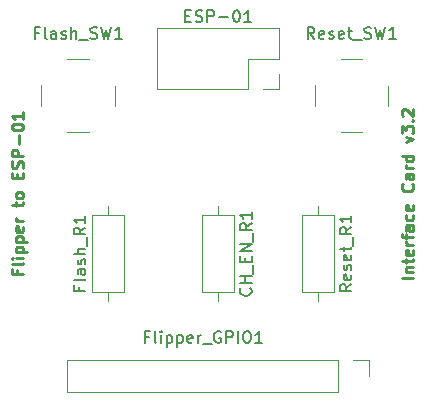
<source format=gbr>
%TF.GenerationSoftware,KiCad,Pcbnew,6.0.4-6f826c9f35~116~ubuntu21.10.1*%
%TF.CreationDate,2022-06-30T17:00:36-06:00*%
%TF.ProjectId,Flipper_DeAuther_2,466c6970-7065-4725-9f44-654175746865,rev?*%
%TF.SameCoordinates,Original*%
%TF.FileFunction,Legend,Top*%
%TF.FilePolarity,Positive*%
%FSLAX46Y46*%
G04 Gerber Fmt 4.6, Leading zero omitted, Abs format (unit mm)*
G04 Created by KiCad (PCBNEW 6.0.4-6f826c9f35~116~ubuntu21.10.1) date 2022-06-30 17:00:36*
%MOMM*%
%LPD*%
G01*
G04 APERTURE LIST*
%ADD10C,0.250000*%
%ADD11C,0.150000*%
%ADD12C,0.100000*%
%ADD13C,0.120000*%
G04 APERTURE END LIST*
D10*
X126928571Y-100480000D02*
X126928571Y-100813333D01*
X127452380Y-100813333D02*
X126452380Y-100813333D01*
X126452380Y-100337142D01*
X127452380Y-99813333D02*
X127404761Y-99908571D01*
X127309523Y-99956190D01*
X126452380Y-99956190D01*
X127452380Y-99432380D02*
X126785714Y-99432380D01*
X126452380Y-99432380D02*
X126500000Y-99480000D01*
X126547619Y-99432380D01*
X126500000Y-99384761D01*
X126452380Y-99432380D01*
X126547619Y-99432380D01*
X126785714Y-98956190D02*
X127785714Y-98956190D01*
X126833333Y-98956190D02*
X126785714Y-98860952D01*
X126785714Y-98670476D01*
X126833333Y-98575238D01*
X126880952Y-98527619D01*
X126976190Y-98480000D01*
X127261904Y-98480000D01*
X127357142Y-98527619D01*
X127404761Y-98575238D01*
X127452380Y-98670476D01*
X127452380Y-98860952D01*
X127404761Y-98956190D01*
X126785714Y-98051428D02*
X127785714Y-98051428D01*
X126833333Y-98051428D02*
X126785714Y-97956190D01*
X126785714Y-97765714D01*
X126833333Y-97670476D01*
X126880952Y-97622857D01*
X126976190Y-97575238D01*
X127261904Y-97575238D01*
X127357142Y-97622857D01*
X127404761Y-97670476D01*
X127452380Y-97765714D01*
X127452380Y-97956190D01*
X127404761Y-98051428D01*
X127404761Y-96765714D02*
X127452380Y-96860952D01*
X127452380Y-97051428D01*
X127404761Y-97146666D01*
X127309523Y-97194285D01*
X126928571Y-97194285D01*
X126833333Y-97146666D01*
X126785714Y-97051428D01*
X126785714Y-96860952D01*
X126833333Y-96765714D01*
X126928571Y-96718095D01*
X127023809Y-96718095D01*
X127119047Y-97194285D01*
X127452380Y-96289523D02*
X126785714Y-96289523D01*
X126976190Y-96289523D02*
X126880952Y-96241904D01*
X126833333Y-96194285D01*
X126785714Y-96099047D01*
X126785714Y-96003809D01*
X126785714Y-95051428D02*
X126785714Y-94670476D01*
X126452380Y-94908571D02*
X127309523Y-94908571D01*
X127404761Y-94860952D01*
X127452380Y-94765714D01*
X127452380Y-94670476D01*
X127452380Y-94194285D02*
X127404761Y-94289523D01*
X127357142Y-94337142D01*
X127261904Y-94384761D01*
X126976190Y-94384761D01*
X126880952Y-94337142D01*
X126833333Y-94289523D01*
X126785714Y-94194285D01*
X126785714Y-94051428D01*
X126833333Y-93956190D01*
X126880952Y-93908571D01*
X126976190Y-93860952D01*
X127261904Y-93860952D01*
X127357142Y-93908571D01*
X127404761Y-93956190D01*
X127452380Y-94051428D01*
X127452380Y-94194285D01*
X126928571Y-92670476D02*
X126928571Y-92337142D01*
X127452380Y-92194285D02*
X127452380Y-92670476D01*
X126452380Y-92670476D01*
X126452380Y-92194285D01*
X127404761Y-91813333D02*
X127452380Y-91670476D01*
X127452380Y-91432380D01*
X127404761Y-91337142D01*
X127357142Y-91289523D01*
X127261904Y-91241904D01*
X127166666Y-91241904D01*
X127071428Y-91289523D01*
X127023809Y-91337142D01*
X126976190Y-91432380D01*
X126928571Y-91622857D01*
X126880952Y-91718095D01*
X126833333Y-91765714D01*
X126738095Y-91813333D01*
X126642857Y-91813333D01*
X126547619Y-91765714D01*
X126500000Y-91718095D01*
X126452380Y-91622857D01*
X126452380Y-91384761D01*
X126500000Y-91241904D01*
X127452380Y-90813333D02*
X126452380Y-90813333D01*
X126452380Y-90432380D01*
X126500000Y-90337142D01*
X126547619Y-90289523D01*
X126642857Y-90241904D01*
X126785714Y-90241904D01*
X126880952Y-90289523D01*
X126928571Y-90337142D01*
X126976190Y-90432380D01*
X126976190Y-90813333D01*
X127071428Y-89813333D02*
X127071428Y-89051428D01*
X126452380Y-88384761D02*
X126452380Y-88289523D01*
X126500000Y-88194285D01*
X126547619Y-88146666D01*
X126642857Y-88099047D01*
X126833333Y-88051428D01*
X127071428Y-88051428D01*
X127261904Y-88099047D01*
X127357142Y-88146666D01*
X127404761Y-88194285D01*
X127452380Y-88289523D01*
X127452380Y-88384761D01*
X127404761Y-88480000D01*
X127357142Y-88527619D01*
X127261904Y-88575238D01*
X127071428Y-88622857D01*
X126833333Y-88622857D01*
X126642857Y-88575238D01*
X126547619Y-88527619D01*
X126500000Y-88480000D01*
X126452380Y-88384761D01*
X127452380Y-87099047D02*
X127452380Y-87670476D01*
X127452380Y-87384761D02*
X126452380Y-87384761D01*
X126595238Y-87480000D01*
X126690476Y-87575238D01*
X126738095Y-87670476D01*
X160472380Y-101099047D02*
X159472380Y-101099047D01*
X159805714Y-100622857D02*
X160472380Y-100622857D01*
X159900952Y-100622857D02*
X159853333Y-100575238D01*
X159805714Y-100480000D01*
X159805714Y-100337142D01*
X159853333Y-100241904D01*
X159948571Y-100194285D01*
X160472380Y-100194285D01*
X159805714Y-99860952D02*
X159805714Y-99480000D01*
X159472380Y-99718095D02*
X160329523Y-99718095D01*
X160424761Y-99670476D01*
X160472380Y-99575238D01*
X160472380Y-99480000D01*
X160424761Y-98765714D02*
X160472380Y-98860952D01*
X160472380Y-99051428D01*
X160424761Y-99146666D01*
X160329523Y-99194285D01*
X159948571Y-99194285D01*
X159853333Y-99146666D01*
X159805714Y-99051428D01*
X159805714Y-98860952D01*
X159853333Y-98765714D01*
X159948571Y-98718095D01*
X160043809Y-98718095D01*
X160139047Y-99194285D01*
X160472380Y-98289523D02*
X159805714Y-98289523D01*
X159996190Y-98289523D02*
X159900952Y-98241904D01*
X159853333Y-98194285D01*
X159805714Y-98099047D01*
X159805714Y-98003809D01*
X159805714Y-97813333D02*
X159805714Y-97432380D01*
X160472380Y-97670476D02*
X159615238Y-97670476D01*
X159520000Y-97622857D01*
X159472380Y-97527619D01*
X159472380Y-97432380D01*
X160472380Y-96670476D02*
X159948571Y-96670476D01*
X159853333Y-96718095D01*
X159805714Y-96813333D01*
X159805714Y-97003809D01*
X159853333Y-97099047D01*
X160424761Y-96670476D02*
X160472380Y-96765714D01*
X160472380Y-97003809D01*
X160424761Y-97099047D01*
X160329523Y-97146666D01*
X160234285Y-97146666D01*
X160139047Y-97099047D01*
X160091428Y-97003809D01*
X160091428Y-96765714D01*
X160043809Y-96670476D01*
X160424761Y-95765714D02*
X160472380Y-95860952D01*
X160472380Y-96051428D01*
X160424761Y-96146666D01*
X160377142Y-96194285D01*
X160281904Y-96241904D01*
X159996190Y-96241904D01*
X159900952Y-96194285D01*
X159853333Y-96146666D01*
X159805714Y-96051428D01*
X159805714Y-95860952D01*
X159853333Y-95765714D01*
X160424761Y-94956190D02*
X160472380Y-95051428D01*
X160472380Y-95241904D01*
X160424761Y-95337142D01*
X160329523Y-95384761D01*
X159948571Y-95384761D01*
X159853333Y-95337142D01*
X159805714Y-95241904D01*
X159805714Y-95051428D01*
X159853333Y-94956190D01*
X159948571Y-94908571D01*
X160043809Y-94908571D01*
X160139047Y-95384761D01*
X160377142Y-93146666D02*
X160424761Y-93194285D01*
X160472380Y-93337142D01*
X160472380Y-93432380D01*
X160424761Y-93575238D01*
X160329523Y-93670476D01*
X160234285Y-93718095D01*
X160043809Y-93765714D01*
X159900952Y-93765714D01*
X159710476Y-93718095D01*
X159615238Y-93670476D01*
X159520000Y-93575238D01*
X159472380Y-93432380D01*
X159472380Y-93337142D01*
X159520000Y-93194285D01*
X159567619Y-93146666D01*
X160472380Y-92289523D02*
X159948571Y-92289523D01*
X159853333Y-92337142D01*
X159805714Y-92432380D01*
X159805714Y-92622857D01*
X159853333Y-92718095D01*
X160424761Y-92289523D02*
X160472380Y-92384761D01*
X160472380Y-92622857D01*
X160424761Y-92718095D01*
X160329523Y-92765714D01*
X160234285Y-92765714D01*
X160139047Y-92718095D01*
X160091428Y-92622857D01*
X160091428Y-92384761D01*
X160043809Y-92289523D01*
X160472380Y-91813333D02*
X159805714Y-91813333D01*
X159996190Y-91813333D02*
X159900952Y-91765714D01*
X159853333Y-91718095D01*
X159805714Y-91622857D01*
X159805714Y-91527619D01*
X160472380Y-90765714D02*
X159472380Y-90765714D01*
X160424761Y-90765714D02*
X160472380Y-90860952D01*
X160472380Y-91051428D01*
X160424761Y-91146666D01*
X160377142Y-91194285D01*
X160281904Y-91241904D01*
X159996190Y-91241904D01*
X159900952Y-91194285D01*
X159853333Y-91146666D01*
X159805714Y-91051428D01*
X159805714Y-90860952D01*
X159853333Y-90765714D01*
X159805714Y-89622857D02*
X160472380Y-89384761D01*
X159805714Y-89146666D01*
X159472380Y-88860952D02*
X159472380Y-88241904D01*
X159853333Y-88575238D01*
X159853333Y-88432380D01*
X159900952Y-88337142D01*
X159948571Y-88289523D01*
X160043809Y-88241904D01*
X160281904Y-88241904D01*
X160377142Y-88289523D01*
X160424761Y-88337142D01*
X160472380Y-88432380D01*
X160472380Y-88718095D01*
X160424761Y-88813333D01*
X160377142Y-88860952D01*
X160377142Y-87813333D02*
X160424761Y-87765714D01*
X160472380Y-87813333D01*
X160424761Y-87860952D01*
X160377142Y-87813333D01*
X160472380Y-87813333D01*
X159567619Y-87384761D02*
X159520000Y-87337142D01*
X159472380Y-87241904D01*
X159472380Y-87003809D01*
X159520000Y-86908571D01*
X159567619Y-86860952D01*
X159662857Y-86813333D01*
X159758095Y-86813333D01*
X159900952Y-86860952D01*
X160472380Y-87432380D01*
X160472380Y-86813333D01*
D11*
%TO.C,Flash_SW1*%
X128746666Y-80346882D02*
X128413333Y-80346882D01*
X128413333Y-80870691D02*
X128413333Y-79870691D01*
X128889523Y-79870691D01*
X129413333Y-80870691D02*
X129318095Y-80823072D01*
X129270476Y-80727834D01*
X129270476Y-79870691D01*
X130222857Y-80870691D02*
X130222857Y-80346882D01*
X130175238Y-80251644D01*
X130080000Y-80204025D01*
X129889523Y-80204025D01*
X129794285Y-80251644D01*
X130222857Y-80823072D02*
X130127619Y-80870691D01*
X129889523Y-80870691D01*
X129794285Y-80823072D01*
X129746666Y-80727834D01*
X129746666Y-80632596D01*
X129794285Y-80537358D01*
X129889523Y-80489739D01*
X130127619Y-80489739D01*
X130222857Y-80442120D01*
X130651428Y-80823072D02*
X130746666Y-80870691D01*
X130937142Y-80870691D01*
X131032380Y-80823072D01*
X131080000Y-80727834D01*
X131080000Y-80680215D01*
X131032380Y-80584977D01*
X130937142Y-80537358D01*
X130794285Y-80537358D01*
X130699047Y-80489739D01*
X130651428Y-80394501D01*
X130651428Y-80346882D01*
X130699047Y-80251644D01*
X130794285Y-80204025D01*
X130937142Y-80204025D01*
X131032380Y-80251644D01*
X131508571Y-80870691D02*
X131508571Y-79870691D01*
X131937142Y-80870691D02*
X131937142Y-80346882D01*
X131889523Y-80251644D01*
X131794285Y-80204025D01*
X131651428Y-80204025D01*
X131556190Y-80251644D01*
X131508571Y-80299263D01*
X132175238Y-80965930D02*
X132937142Y-80965930D01*
X133127619Y-80823072D02*
X133270476Y-80870691D01*
X133508571Y-80870691D01*
X133603809Y-80823072D01*
X133651428Y-80775453D01*
X133699047Y-80680215D01*
X133699047Y-80584977D01*
X133651428Y-80489739D01*
X133603809Y-80442120D01*
X133508571Y-80394501D01*
X133318095Y-80346882D01*
X133222857Y-80299263D01*
X133175238Y-80251644D01*
X133127619Y-80156406D01*
X133127619Y-80061168D01*
X133175238Y-79965930D01*
X133222857Y-79918311D01*
X133318095Y-79870691D01*
X133556190Y-79870691D01*
X133699047Y-79918311D01*
X134032380Y-79870691D02*
X134270476Y-80870691D01*
X134460952Y-80156406D01*
X134651428Y-80870691D01*
X134889523Y-79870691D01*
X135794285Y-80870691D02*
X135222857Y-80870691D01*
X135508571Y-80870691D02*
X135508571Y-79870691D01*
X135413333Y-80013549D01*
X135318095Y-80108787D01*
X135222857Y-80156406D01*
%TO.C,Reset_SW1*%
X152087142Y-80870691D02*
X151753809Y-80394501D01*
X151515714Y-80870691D02*
X151515714Y-79870691D01*
X151896666Y-79870691D01*
X151991904Y-79918311D01*
X152039523Y-79965930D01*
X152087142Y-80061168D01*
X152087142Y-80204025D01*
X152039523Y-80299263D01*
X151991904Y-80346882D01*
X151896666Y-80394501D01*
X151515714Y-80394501D01*
X152896666Y-80823072D02*
X152801428Y-80870691D01*
X152610952Y-80870691D01*
X152515714Y-80823072D01*
X152468095Y-80727834D01*
X152468095Y-80346882D01*
X152515714Y-80251644D01*
X152610952Y-80204025D01*
X152801428Y-80204025D01*
X152896666Y-80251644D01*
X152944285Y-80346882D01*
X152944285Y-80442120D01*
X152468095Y-80537358D01*
X153325238Y-80823072D02*
X153420476Y-80870691D01*
X153610952Y-80870691D01*
X153706190Y-80823072D01*
X153753809Y-80727834D01*
X153753809Y-80680215D01*
X153706190Y-80584977D01*
X153610952Y-80537358D01*
X153468095Y-80537358D01*
X153372857Y-80489739D01*
X153325238Y-80394501D01*
X153325238Y-80346882D01*
X153372857Y-80251644D01*
X153468095Y-80204025D01*
X153610952Y-80204025D01*
X153706190Y-80251644D01*
X154563333Y-80823072D02*
X154468095Y-80870691D01*
X154277619Y-80870691D01*
X154182380Y-80823072D01*
X154134761Y-80727834D01*
X154134761Y-80346882D01*
X154182380Y-80251644D01*
X154277619Y-80204025D01*
X154468095Y-80204025D01*
X154563333Y-80251644D01*
X154610952Y-80346882D01*
X154610952Y-80442120D01*
X154134761Y-80537358D01*
X154896666Y-80204025D02*
X155277619Y-80204025D01*
X155039523Y-79870691D02*
X155039523Y-80727834D01*
X155087142Y-80823072D01*
X155182380Y-80870691D01*
X155277619Y-80870691D01*
X155372857Y-80965930D02*
X156134761Y-80965930D01*
X156325238Y-80823072D02*
X156468095Y-80870691D01*
X156706190Y-80870691D01*
X156801428Y-80823072D01*
X156849047Y-80775453D01*
X156896666Y-80680215D01*
X156896666Y-80584977D01*
X156849047Y-80489739D01*
X156801428Y-80442120D01*
X156706190Y-80394501D01*
X156515714Y-80346882D01*
X156420476Y-80299263D01*
X156372857Y-80251644D01*
X156325238Y-80156406D01*
X156325238Y-80061168D01*
X156372857Y-79965930D01*
X156420476Y-79918311D01*
X156515714Y-79870691D01*
X156753809Y-79870691D01*
X156896666Y-79918311D01*
X157230000Y-79870691D02*
X157468095Y-80870691D01*
X157658571Y-80156406D01*
X157849047Y-80870691D01*
X158087142Y-79870691D01*
X158991904Y-80870691D02*
X158420476Y-80870691D01*
X158706190Y-80870691D02*
X158706190Y-79870691D01*
X158610952Y-80013549D01*
X158515714Y-80108787D01*
X158420476Y-80156406D01*
%TO.C,CH_EN_R1*%
X146673949Y-101988571D02*
X146721568Y-102036190D01*
X146769187Y-102179047D01*
X146769187Y-102274285D01*
X146721568Y-102417142D01*
X146626330Y-102512380D01*
X146531092Y-102560000D01*
X146340616Y-102607619D01*
X146197759Y-102607619D01*
X146007283Y-102560000D01*
X145912045Y-102512380D01*
X145816807Y-102417142D01*
X145769187Y-102274285D01*
X145769187Y-102179047D01*
X145816807Y-102036190D01*
X145864426Y-101988571D01*
X146769187Y-101560000D02*
X145769187Y-101560000D01*
X146245378Y-101560000D02*
X146245378Y-100988571D01*
X146769187Y-100988571D02*
X145769187Y-100988571D01*
X146864426Y-100750476D02*
X146864426Y-99988571D01*
X146245378Y-99750476D02*
X146245378Y-99417142D01*
X146769187Y-99274285D02*
X146769187Y-99750476D01*
X145769187Y-99750476D01*
X145769187Y-99274285D01*
X146769187Y-98845714D02*
X145769187Y-98845714D01*
X146769187Y-98274285D01*
X145769187Y-98274285D01*
X146864426Y-98036190D02*
X146864426Y-97274285D01*
X146769187Y-96464761D02*
X146292997Y-96798095D01*
X146769187Y-97036190D02*
X145769187Y-97036190D01*
X145769187Y-96655238D01*
X145816807Y-96560000D01*
X145864426Y-96512380D01*
X145959664Y-96464761D01*
X146102521Y-96464761D01*
X146197759Y-96512380D01*
X146245378Y-96560000D01*
X146292997Y-96655238D01*
X146292997Y-97036190D01*
X146769187Y-95512380D02*
X146769187Y-96083809D01*
X146769187Y-95798095D02*
X145769187Y-95798095D01*
X145912045Y-95893333D01*
X146007283Y-95988571D01*
X146054902Y-96083809D01*
%TO.C,Flash_R1*%
X132178571Y-101845714D02*
X132178571Y-102179047D01*
X132702380Y-102179047D02*
X131702380Y-102179047D01*
X131702380Y-101702857D01*
X132702380Y-101179047D02*
X132654761Y-101274285D01*
X132559523Y-101321904D01*
X131702380Y-101321904D01*
X132702380Y-100369523D02*
X132178571Y-100369523D01*
X132083333Y-100417142D01*
X132035714Y-100512380D01*
X132035714Y-100702857D01*
X132083333Y-100798095D01*
X132654761Y-100369523D02*
X132702380Y-100464761D01*
X132702380Y-100702857D01*
X132654761Y-100798095D01*
X132559523Y-100845714D01*
X132464285Y-100845714D01*
X132369047Y-100798095D01*
X132321428Y-100702857D01*
X132321428Y-100464761D01*
X132273809Y-100369523D01*
X132654761Y-99940952D02*
X132702380Y-99845714D01*
X132702380Y-99655238D01*
X132654761Y-99560000D01*
X132559523Y-99512380D01*
X132511904Y-99512380D01*
X132416666Y-99560000D01*
X132369047Y-99655238D01*
X132369047Y-99798095D01*
X132321428Y-99893333D01*
X132226190Y-99940952D01*
X132178571Y-99940952D01*
X132083333Y-99893333D01*
X132035714Y-99798095D01*
X132035714Y-99655238D01*
X132083333Y-99560000D01*
X132702380Y-99083809D02*
X131702380Y-99083809D01*
X132702380Y-98655238D02*
X132178571Y-98655238D01*
X132083333Y-98702857D01*
X132035714Y-98798095D01*
X132035714Y-98940952D01*
X132083333Y-99036190D01*
X132130952Y-99083809D01*
X132797619Y-98417142D02*
X132797619Y-97655238D01*
X132702380Y-96845714D02*
X132226190Y-97179047D01*
X132702380Y-97417142D02*
X131702380Y-97417142D01*
X131702380Y-97036190D01*
X131750000Y-96940952D01*
X131797619Y-96893333D01*
X131892857Y-96845714D01*
X132035714Y-96845714D01*
X132130952Y-96893333D01*
X132178571Y-96940952D01*
X132226190Y-97036190D01*
X132226190Y-97417142D01*
X132702380Y-95893333D02*
X132702380Y-96464761D01*
X132702380Y-96179047D02*
X131702380Y-96179047D01*
X131845238Y-96274285D01*
X131940476Y-96369523D01*
X131988095Y-96464761D01*
%TO.C,ESP-01*%
X141169902Y-78918571D02*
X141503235Y-78918571D01*
X141646092Y-79442380D02*
X141169902Y-79442380D01*
X141169902Y-78442380D01*
X141646092Y-78442380D01*
X142027045Y-79394761D02*
X142169902Y-79442380D01*
X142407997Y-79442380D01*
X142503235Y-79394761D01*
X142550854Y-79347142D01*
X142598473Y-79251904D01*
X142598473Y-79156666D01*
X142550854Y-79061428D01*
X142503235Y-79013809D01*
X142407997Y-78966190D01*
X142217521Y-78918571D01*
X142122283Y-78870952D01*
X142074664Y-78823333D01*
X142027045Y-78728095D01*
X142027045Y-78632857D01*
X142074664Y-78537619D01*
X142122283Y-78490000D01*
X142217521Y-78442380D01*
X142455616Y-78442380D01*
X142598473Y-78490000D01*
X143027045Y-79442380D02*
X143027045Y-78442380D01*
X143407997Y-78442380D01*
X143503235Y-78490000D01*
X143550854Y-78537619D01*
X143598473Y-78632857D01*
X143598473Y-78775714D01*
X143550854Y-78870952D01*
X143503235Y-78918571D01*
X143407997Y-78966190D01*
X143027045Y-78966190D01*
X144027045Y-79061428D02*
X144788949Y-79061428D01*
X145455616Y-78442380D02*
X145550854Y-78442380D01*
X145646092Y-78490000D01*
X145693711Y-78537619D01*
X145741330Y-78632857D01*
X145788949Y-78823333D01*
X145788949Y-79061428D01*
X145741330Y-79251904D01*
X145693711Y-79347142D01*
X145646092Y-79394761D01*
X145550854Y-79442380D01*
X145455616Y-79442380D01*
X145360378Y-79394761D01*
X145312759Y-79347142D01*
X145265140Y-79251904D01*
X145217521Y-79061428D01*
X145217521Y-78823333D01*
X145265140Y-78632857D01*
X145312759Y-78537619D01*
X145360378Y-78490000D01*
X145455616Y-78442380D01*
X146741330Y-79442380D02*
X146169902Y-79442380D01*
X146455616Y-79442380D02*
X146455616Y-78442380D01*
X146360378Y-78585238D01*
X146265140Y-78680476D01*
X146169902Y-78728095D01*
%TO.C,Flipper_GPIO1*%
X138052759Y-106100570D02*
X137719426Y-106100570D01*
X137719426Y-106624379D02*
X137719426Y-105624379D01*
X138195616Y-105624379D01*
X138719426Y-106624379D02*
X138624187Y-106576760D01*
X138576568Y-106481522D01*
X138576568Y-105624379D01*
X139100378Y-106624379D02*
X139100378Y-105957713D01*
X139100378Y-105624379D02*
X139052759Y-105671999D01*
X139100378Y-105719618D01*
X139147997Y-105671999D01*
X139100378Y-105624379D01*
X139100378Y-105719618D01*
X139576568Y-105957713D02*
X139576568Y-106957713D01*
X139576568Y-106005332D02*
X139671807Y-105957713D01*
X139862283Y-105957713D01*
X139957521Y-106005332D01*
X140005140Y-106052951D01*
X140052759Y-106148189D01*
X140052759Y-106433903D01*
X140005140Y-106529141D01*
X139957521Y-106576760D01*
X139862283Y-106624379D01*
X139671807Y-106624379D01*
X139576568Y-106576760D01*
X140481330Y-105957713D02*
X140481330Y-106957713D01*
X140481330Y-106005332D02*
X140576568Y-105957713D01*
X140767045Y-105957713D01*
X140862283Y-106005332D01*
X140909902Y-106052951D01*
X140957521Y-106148189D01*
X140957521Y-106433903D01*
X140909902Y-106529141D01*
X140862283Y-106576760D01*
X140767045Y-106624379D01*
X140576568Y-106624379D01*
X140481330Y-106576760D01*
X141767045Y-106576760D02*
X141671807Y-106624379D01*
X141481330Y-106624379D01*
X141386092Y-106576760D01*
X141338473Y-106481522D01*
X141338473Y-106100570D01*
X141386092Y-106005332D01*
X141481330Y-105957713D01*
X141671807Y-105957713D01*
X141767045Y-106005332D01*
X141814664Y-106100570D01*
X141814664Y-106195808D01*
X141338473Y-106291046D01*
X142243235Y-106624379D02*
X142243235Y-105957713D01*
X142243235Y-106148189D02*
X142290854Y-106052951D01*
X142338473Y-106005332D01*
X142433711Y-105957713D01*
X142528949Y-105957713D01*
X142624187Y-106719618D02*
X143386092Y-106719618D01*
X144147997Y-105671999D02*
X144052759Y-105624379D01*
X143909902Y-105624379D01*
X143767045Y-105671999D01*
X143671807Y-105767237D01*
X143624187Y-105862475D01*
X143576568Y-106052951D01*
X143576568Y-106195808D01*
X143624187Y-106386284D01*
X143671807Y-106481522D01*
X143767045Y-106576760D01*
X143909902Y-106624379D01*
X144005140Y-106624379D01*
X144147997Y-106576760D01*
X144195616Y-106529141D01*
X144195616Y-106195808D01*
X144005140Y-106195808D01*
X144624187Y-106624379D02*
X144624187Y-105624379D01*
X145005140Y-105624379D01*
X145100378Y-105671999D01*
X145147997Y-105719618D01*
X145195616Y-105814856D01*
X145195616Y-105957713D01*
X145147997Y-106052951D01*
X145100378Y-106100570D01*
X145005140Y-106148189D01*
X144624187Y-106148189D01*
X145624187Y-106624379D02*
X145624187Y-105624379D01*
X146290854Y-105624379D02*
X146481330Y-105624379D01*
X146576568Y-105671999D01*
X146671807Y-105767237D01*
X146719426Y-105957713D01*
X146719426Y-106291046D01*
X146671807Y-106481522D01*
X146576568Y-106576760D01*
X146481330Y-106624379D01*
X146290854Y-106624379D01*
X146195616Y-106576760D01*
X146100378Y-106481522D01*
X146052759Y-106291046D01*
X146052759Y-105957713D01*
X146100378Y-105767237D01*
X146195616Y-105671999D01*
X146290854Y-105624379D01*
X147671807Y-106624379D02*
X147100378Y-106624379D01*
X147386092Y-106624379D02*
X147386092Y-105624379D01*
X147290854Y-105767237D01*
X147195616Y-105862475D01*
X147100378Y-105910094D01*
%TO.C,Reset_R1*%
X155222380Y-101655238D02*
X154746190Y-101988571D01*
X155222380Y-102226666D02*
X154222380Y-102226666D01*
X154222380Y-101845714D01*
X154270000Y-101750476D01*
X154317619Y-101702857D01*
X154412857Y-101655238D01*
X154555714Y-101655238D01*
X154650952Y-101702857D01*
X154698571Y-101750476D01*
X154746190Y-101845714D01*
X154746190Y-102226666D01*
X155174761Y-100845714D02*
X155222380Y-100940952D01*
X155222380Y-101131428D01*
X155174761Y-101226666D01*
X155079523Y-101274285D01*
X154698571Y-101274285D01*
X154603333Y-101226666D01*
X154555714Y-101131428D01*
X154555714Y-100940952D01*
X154603333Y-100845714D01*
X154698571Y-100798095D01*
X154793809Y-100798095D01*
X154889047Y-101274285D01*
X155174761Y-100417142D02*
X155222380Y-100321904D01*
X155222380Y-100131428D01*
X155174761Y-100036190D01*
X155079523Y-99988571D01*
X155031904Y-99988571D01*
X154936666Y-100036190D01*
X154889047Y-100131428D01*
X154889047Y-100274285D01*
X154841428Y-100369523D01*
X154746190Y-100417142D01*
X154698571Y-100417142D01*
X154603333Y-100369523D01*
X154555714Y-100274285D01*
X154555714Y-100131428D01*
X154603333Y-100036190D01*
X155174761Y-99179047D02*
X155222380Y-99274285D01*
X155222380Y-99464761D01*
X155174761Y-99560000D01*
X155079523Y-99607619D01*
X154698571Y-99607619D01*
X154603333Y-99560000D01*
X154555714Y-99464761D01*
X154555714Y-99274285D01*
X154603333Y-99179047D01*
X154698571Y-99131428D01*
X154793809Y-99131428D01*
X154889047Y-99607619D01*
X154555714Y-98845714D02*
X154555714Y-98464761D01*
X154222380Y-98702857D02*
X155079523Y-98702857D01*
X155174761Y-98655238D01*
X155222380Y-98560000D01*
X155222380Y-98464761D01*
X155317619Y-98369523D02*
X155317619Y-97607619D01*
X155222380Y-96798095D02*
X154746190Y-97131428D01*
X155222380Y-97369523D02*
X154222380Y-97369523D01*
X154222380Y-96988571D01*
X154270000Y-96893333D01*
X154317619Y-96845714D01*
X154412857Y-96798095D01*
X154555714Y-96798095D01*
X154650952Y-96845714D01*
X154698571Y-96893333D01*
X154746190Y-96988571D01*
X154746190Y-97369523D01*
X155222380Y-95845714D02*
X155222380Y-96417142D01*
X155222380Y-96131428D02*
X154222380Y-96131428D01*
X154365238Y-96226666D01*
X154460476Y-96321904D01*
X154508095Y-96417142D01*
D12*
%TO.C,Flash_SW1*%
X135180000Y-86548800D02*
X135180000Y-84848800D01*
X132080000Y-82548800D02*
X132980000Y-82548800D01*
X132080000Y-88748800D02*
X132980000Y-88748800D01*
X132080000Y-82548800D02*
X131180000Y-82548800D01*
X128980000Y-86548800D02*
X128980000Y-84748800D01*
X132080000Y-88748800D02*
X131180000Y-88748800D01*
%TO.C,Reset_SW1*%
X155230000Y-88748800D02*
X154330000Y-88748800D01*
X155230000Y-82548800D02*
X154330000Y-82548800D01*
X155230000Y-82548800D02*
X156130000Y-82548800D01*
X152130000Y-86548800D02*
X152130000Y-84748800D01*
X155230000Y-88748800D02*
X156130000Y-88748800D01*
X158330000Y-86548800D02*
X158330000Y-84848800D01*
D13*
%TO.C,CH_EN_R1*%
X142576807Y-102330000D02*
X145316807Y-102330000D01*
X143946807Y-103100000D02*
X143946807Y-102330000D01*
X145316807Y-95790000D02*
X142576807Y-95790000D01*
X142576807Y-95790000D02*
X142576807Y-102330000D01*
X145316807Y-102330000D02*
X145316807Y-95790000D01*
X143946807Y-95020000D02*
X143946807Y-95790000D01*
%TO.C,Flash_R1*%
X135990000Y-95790000D02*
X133250000Y-95790000D01*
X135990000Y-102330000D02*
X135990000Y-95790000D01*
X133250000Y-102330000D02*
X135990000Y-102330000D01*
X134620000Y-95020000D02*
X134620000Y-95790000D01*
X134620000Y-103100000D02*
X134620000Y-102330000D01*
X133250000Y-95790000D02*
X133250000Y-102330000D01*
%TO.C,ESP-01*%
X146471807Y-82550000D02*
X146471807Y-85150000D01*
X149071807Y-82550000D02*
X146471807Y-82550000D01*
X149071807Y-85150000D02*
X147741807Y-85150000D01*
X146471807Y-85150000D02*
X138791807Y-85150000D01*
X149071807Y-79950000D02*
X138791807Y-79950000D01*
X149071807Y-83820000D02*
X149071807Y-85150000D01*
X138791807Y-79950000D02*
X138791807Y-85150000D01*
X149071807Y-79950000D02*
X149071807Y-82550000D01*
%TO.C,Flipper_GPIO1*%
X154101807Y-110746999D02*
X131181807Y-110746999D01*
X154101807Y-108086999D02*
X131181807Y-108086999D01*
X131181807Y-108086999D02*
X131181807Y-110746999D01*
X155371807Y-108086999D02*
X156701807Y-108086999D01*
X154101807Y-108086999D02*
X154101807Y-110746999D01*
X156701807Y-108086999D02*
X156701807Y-109416999D01*
%TO.C,Reset_R1*%
X152400000Y-103100000D02*
X152400000Y-102330000D01*
X153770000Y-102330000D02*
X153770000Y-95790000D01*
X151030000Y-95790000D02*
X151030000Y-102330000D01*
X152400000Y-95020000D02*
X152400000Y-95790000D01*
X153770000Y-95790000D02*
X151030000Y-95790000D01*
X151030000Y-102330000D02*
X153770000Y-102330000D01*
%TD*%
M02*

</source>
